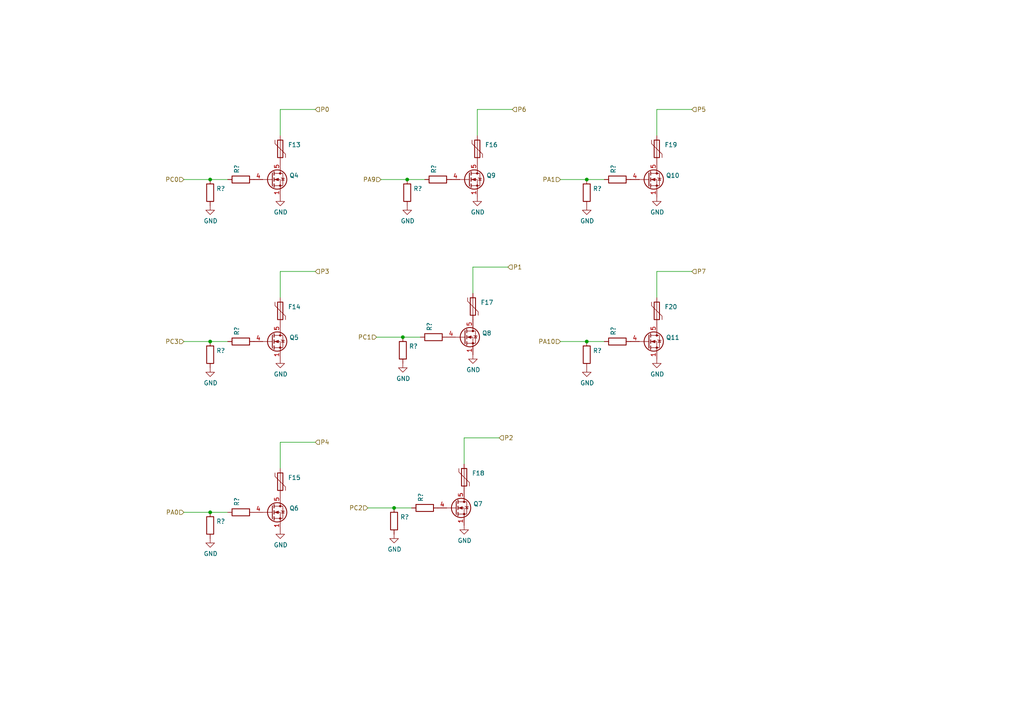
<source format=kicad_sch>
(kicad_sch (version 20211123) (generator eeschema)
  (paper "A4")
  (lib_symbols
    (symbol "Device:Polyfuse" (pin_numbers hide) (pin_names (offset 0))
      (property "Reference" "F" (at -2.54 0 90))
      (property "Value" "Polyfuse" (at 2.54 0 90))
      (symbol "Polyfuse_0_1"
        (rectangle (start -0.762 2.54) (end 0.762 -2.54) (stroke (width 0.254)))
        (polyline (pts (xy 0 2.54) (xy 0 -2.54)))
        (polyline (pts (xy -1.524 2.54) (xy -1.524 1.524) (xy 1.524 -1.524) (xy 1.524 -2.54)))
      )
      (symbol "Polyfuse_1_1"
        (pin passive line (at 0 3.81 270) (length 1.27) (name "~") (number "1"))
        (pin passive line (at 0 -3.81 90) (length 1.27) (name "~") (number "2"))
      )
    )
    (symbol "Device:R" (pin_numbers hide) (pin_names (offset 0))
      (property "Reference" "R" (at 2.032 0 90))
      (property "Value" "R" (at 0 0 90))
      (symbol "R_0_1"
        (rectangle (start -1.016 -2.54) (end 1.016 2.54) (stroke (width 0.254)))
      )
      (symbol "R_1_1"
        (pin passive line (at 0 3.81 270) (length 1.27) (name "~") (number "1"))
        (pin passive line (at 0 -3.81 90) (length 1.27) (name "~") (number "2"))
      )
    )
    (symbol "Transistor_FET:BUK9M15-60EX" (pin_names hide)
      (property "Reference" "Q" (at 5.08 1.905 0))
      (property "Value" "BUK9M15-60EX" (at 5.08 0 0))
      (symbol "BUK9M15-60EX_0_1"
        (polyline (pts (xy 0.254 0) (xy -2.54 0)))
        (polyline (pts (xy 0.254 1.905) (xy 0.254 -1.905)) (stroke (width 0.254)))
        (polyline (pts (xy 0.762 -1.27) (xy 0.762 -2.286)) (stroke (width 0.254)))
        (polyline (pts (xy 0.762 0.508) (xy 0.762 -0.508)) (stroke (width 0.254)))
        (polyline (pts (xy 0.762 2.286) (xy 0.762 1.27)) (stroke (width 0.254)))
        (polyline (pts (xy 2.54 2.54) (xy 2.54 1.778)))
        (polyline (pts (xy 2.54 -2.54) (xy 2.54 0) (xy 0.762 0)))
        (polyline (pts (xy 0.762 -1.778) (xy 3.302 -1.778) (xy 3.302 1.778) (xy 0.762 1.778)))
        (polyline (pts (xy 1.016 0) (xy 2.032 0.381) (xy 2.032 -0.381) (xy 1.016 0)) (fill (type outline)))
        (polyline (pts (xy 2.794 0.508) (xy 2.921 0.381) (xy 3.683 0.381) (xy 3.81 0.254)))
        (polyline (pts (xy 3.302 0.381) (xy 2.921 -0.254) (xy 3.683 -0.254) (xy 3.302 0.381)))
        (circle (center 1.651 0) (radius 2.794) (stroke (width 0.254)))
        (circle (center 2.54 -1.778) (radius 0.254) (fill (type outline)))
        (circle (center 2.54 1.778) (radius 0.254) (fill (type outline)))
      )
      (symbol "BUK9M15-60EX_1_1"
        (pin passive line (at 2.54 -5.08 90) (length 2.54) (name "S") (number "1"))
        (pin passive line (at 2.54 -5.08 90) (length 2.54) hide (name "S") (number "2"))
        (pin passive line (at 2.54 -5.08 90) (length 2.54) hide (name "S") (number "3"))
        (pin passive line (at -5.08 0 0) (length 2.54) (name "G") (number "4"))
        (pin passive line (at 2.54 5.08 270) (length 2.54) (name "D") (number "5"))
      )
    )
    (symbol "power:GND" (power) (pin_names (offset 0))
      (property "Value" "GND" (at 0 -3.81 0))
      (symbol "GND_0_1"
        (polyline (pts (xy 0 0) (xy 0 -1.27) (xy 1.27 -1.27) (xy 0 -2.54) (xy -1.27 -1.27) (xy 0 -1.27)))
      )
      (symbol "GND_1_1"
        (pin power_in line (at 0 0 270) (length 0) hide (name "GND") (number "1"))
      )
    )
  )
  (junction (at 170.18 52.07))
  (junction (at 170.18 99.06))
  (junction (at 114.3 147.32))
  (junction (at 60.96 99.06))
  (junction (at 60.96 52.07))
  (junction (at 118.11 52.07))
  (junction (at 60.96 148.59))
  (junction (at 116.84 97.79))
  (wire (pts (xy 118.11 52.07) (xy 123.19 52.07)))
  (wire (pts (xy 134.62 127) (xy 134.62 134.62)))
  (wire (pts (xy 116.84 97.79) (xy 109.22 97.79)))
  (wire (pts (xy 170.18 99.06) (xy 175.26 99.06)))
  (wire (pts (xy 190.5 78.74) (xy 190.5 86.36)))
  (wire (pts (xy 60.96 52.07) (xy 66.04 52.07)))
  (wire (pts (xy 60.96 99.06) (xy 66.04 99.06)))
  (wire (pts (xy 81.28 78.74) (xy 81.28 86.36)))
  (wire (pts (xy 60.96 52.07) (xy 53.34 52.07)))
  (wire (pts (xy 118.11 52.07) (xy 110.49 52.07)))
  (wire (pts (xy 170.18 52.07) (xy 175.26 52.07)))
  (wire (pts (xy 137.16 77.47) (xy 137.16 85.09)))
  (wire (pts (xy 60.96 148.59) (xy 53.34 148.59)))
  (wire (pts (xy 170.18 52.07) (xy 162.56 52.07)))
  (wire (pts (xy 116.84 97.79) (xy 121.92 97.79)))
  (wire (pts (xy 81.28 31.75) (xy 91.44 31.75)))
  (wire (pts (xy 190.5 78.74) (xy 200.66 78.74)))
  (wire (pts (xy 60.96 148.59) (xy 66.04 148.59)))
  (wire (pts (xy 114.3 147.32) (xy 106.68 147.32)))
  (wire (pts (xy 190.5 31.75) (xy 200.66 31.75)))
  (wire (pts (xy 81.28 78.74) (xy 91.44 78.74)))
  (wire (pts (xy 170.18 99.06) (xy 162.56 99.06)))
  (wire (pts (xy 138.43 31.75) (xy 138.43 39.37)))
  (wire (pts (xy 114.3 147.32) (xy 119.38 147.32)))
  (wire (pts (xy 138.43 31.75) (xy 148.59 31.75)))
  (wire (pts (xy 60.96 99.06) (xy 53.34 99.06)))
  (wire (pts (xy 81.28 31.75) (xy 81.28 39.37)))
  (wire (pts (xy 134.62 127) (xy 144.78 127)))
  (wire (pts (xy 81.28 128.27) (xy 81.28 135.89)))
  (wire (pts (xy 190.5 31.75) (xy 190.5 39.37)))
  (wire (pts (xy 137.16 77.47) (xy 147.32 77.47)))
  (wire (pts (xy 81.28 128.27) (xy 91.44 128.27)))
  (hierarchical_label "P7" (shape input) (at 200.66 78.74 0))
  (hierarchical_label "PA10" (shape input) (at 162.56 99.06 180))
  (hierarchical_label "PC0" (shape input) (at 53.34 52.07 180))
  (hierarchical_label "P1" (shape input) (at 147.32 77.47 0))
  (hierarchical_label "PA0" (shape input) (at 53.34 148.59 180))
  (hierarchical_label "PA1" (shape input) (at 162.56 52.07 180))
  (hierarchical_label "PC1" (shape input) (at 109.22 97.79 180))
  (hierarchical_label "PC2" (shape input) (at 106.68 147.32 180))
  (hierarchical_label "P5" (shape input) (at 200.66 31.75 0))
  (hierarchical_label "P0" (shape input) (at 91.44 31.75 0))
  (hierarchical_label "PA9" (shape input) (at 110.49 52.07 180))
  (hierarchical_label "PC3" (shape input) (at 53.34 99.06 180))
  (hierarchical_label "P3" (shape input) (at 91.44 78.74 0))
  (hierarchical_label "P2" (shape input) (at 144.78 127 0))
  (hierarchical_label "P4" (shape input) (at 91.44 128.27 0))
  (hierarchical_label "P6" (shape input) (at 148.59 31.75 0))
  (symbol (lib_id "Device:R") (at 69.85 52.07 90) (unit 1)
    (property "Reference" "R?" (at 68.6816 50.292 0) (effects (justify left)))
    (property "Datasheet" "660-RK73B1JTTD161J" (effects hide))
    (property "LCSC" "C22814" (effects hide))
    (property "Comment" "Mouser" (effects hide))
  )
  (symbol (lib_id "Device:R") (at 60.96 55.88 0) (unit 1)
    (property "Reference" "R?" (at 62.738 54.7116 0) (effects (justify left)))
    (property "Datasheet" "791-WR06X103JTL" (effects hide))
    (property "LCSC" "C25804" (effects hide))
    (property "Comment" "Mouser" (effects hide))
  )
  (symbol (lib_id "power:GND") (at 60.96 59.69 0) (unit 1)
    (property "Reference" "#PWR0107" (effects hide))
  )
  (symbol (lib_id "Device:R") (at 69.85 99.06 90) (unit 1)
    (property "Reference" "R?" (at 68.6816 97.282 0) (effects (justify left)))
    (property "Datasheet" "660-RK73B1JTTD161J" (effects hide))
    (property "LCSC" "C22814" (effects hide))
    (property "Comment" "Mouser" (effects hide))
  )
  (symbol (lib_id "Device:R") (at 60.96 102.87 0) (unit 1)
    (property "Reference" "R?" (at 62.738 101.7016 0) (effects (justify left)))
    (property "Datasheet" "791-WR06X103JTL" (effects hide))
    (property "LCSC" "C25804" (effects hide))
    (property "Comment" "Mouser" (effects hide))
  )
  (symbol (lib_id "power:GND") (at 60.96 106.68 0) (unit 1)
    (property "Reference" "#PWR0121" (effects hide))
  )
  (symbol (lib_id "Device:R") (at 69.85 148.59 90) (unit 1)
    (property "Reference" "R?" (at 68.6816 146.812 0) (effects (justify left)))
    (property "Datasheet" "660-RK73B1JTTD161J" (effects hide))
    (property "LCSC" "C22814" (effects hide))
    (property "Comment" "Mouser" (effects hide))
  )
  (symbol (lib_id "Device:R") (at 60.96 152.4 0) (unit 1)
    (property "Reference" "R?" (at 62.738 151.2316 0) (effects (justify left)))
    (property "Datasheet" "791-WR06X103JTL" (effects hide))
    (property "LCSC" "C25804" (effects hide))
    (property "Comment" "Mouser" (effects hide))
  )
  (symbol (lib_id "power:GND") (at 60.96 156.21 0) (unit 1)
    (property "Reference" "#PWR0125" (effects hide))
  )
  (symbol (lib_id "Device:R") (at 127 52.07 90) (unit 1)
    (property "Reference" "R?" (at 125.8316 50.292 0) (effects (justify left)))
    (property "Datasheet" "660-RK73B1JTTD161J" (effects hide))
    (property "LCSC" "C22814" (effects hide))
    (property "Comment" "Mouser" (effects hide))
  )
  (symbol (lib_id "Device:R") (at 118.11 55.88 0) (unit 1)
    (property "Reference" "R?" (at 119.888 54.7116 0) (effects (justify left)))
    (property "Datasheet" "791-WR06X103JTL" (effects hide))
    (property "LCSC" "C25804" (effects hide))
    (property "Comment" "Mouser" (effects hide))
  )
  (symbol (lib_id "power:GND") (at 118.11 59.69 0) (unit 1)
    (property "Reference" "#PWR0165" (effects hide))
  )
  (symbol (lib_id "Device:R") (at 179.07 99.06 90) (unit 1)
    (property "Reference" "R?" (at 177.9016 97.282 0) (effects (justify left)))
    (property "Datasheet" "660-RK73B1JTTD161J" (effects hide))
    (property "LCSC" "C22814" (effects hide))
    (property "Comment" "Mouser" (effects hide))
  )
  (symbol (lib_id "Device:R") (at 170.18 102.87 0) (unit 1)
    (property "Reference" "R?" (at 171.958 101.7016 0) (effects (justify left)))
    (property "Datasheet" "791-WR06X103JTL" (effects hide))
    (property "LCSC" "C25804" (effects hide))
    (property "Comment" "Mouser" (effects hide))
  )
  (symbol (lib_id "power:GND") (at 170.18 106.68 0) (unit 1)
    (property "Reference" "#PWR0169" (effects hide))
  )
  (symbol (lib_id "Device:R") (at 179.07 52.07 90) (unit 1)
    (property "Reference" "R?" (at 177.9016 50.292 0) (effects (justify left)))
    (property "Datasheet" "660-RK73B1JTTD161J" (effects hide))
    (property "LCSC" "C22814" (effects hide))
    (property "Comment" "Mouser" (effects hide))
  )
  (symbol (lib_id "Device:R") (at 170.18 55.88 0) (unit 1)
    (property "Reference" "R?" (at 171.958 54.7116 0) (effects (justify left)))
    (property "Datasheet" "791-WR06X103JTL" (effects hide))
    (property "LCSC" "C25804" (effects hide))
    (property "Comment" "Mouser" (effects hide))
  )
  (symbol (lib_id "power:GND") (at 170.18 59.69 0) (unit 1)
    (property "Reference" "#PWR0174" (effects hide))
  )
  (symbol (lib_id "Device:R") (at 123.19 147.32 90) (unit 1)
    (property "Reference" "R?" (at 122.0216 145.542 0) (effects (justify left)))
    (property "Datasheet" "660-RK73B1JTTD161J" (effects hide))
    (property "LCSC" "C22814" (effects hide))
    (property "Comment" "Mouser" (effects hide))
  )
  (symbol (lib_id "Device:R") (at 114.3 151.13 0) (unit 1)
    (property "Reference" "R?" (at 116.078 149.9616 0) (effects (justify left)))
    (property "Datasheet" "791-WR06X103JTL" (effects hide))
    (property "LCSC" "C25804" (effects hide))
    (property "Comment" "Mouser" (effects hide))
  )
  (symbol (lib_id "power:GND") (at 114.3 154.94 0) (unit 1)
    (property "Reference" "#PWR0176" (effects hide))
  )
  (symbol (lib_id "Device:R") (at 125.73 97.79 90) (unit 1)
    (property "Reference" "R?" (at 124.5616 96.012 0) (effects (justify left)))
    (property "Datasheet" "660-RK73B1JTTD161J" (effects hide))
    (property "LCSC" "C22814" (effects hide))
    (property "Comment" "Mouser" (effects hide))
  )
  (symbol (lib_id "Device:R") (at 116.84 101.6 0) (unit 1)
    (property "Reference" "R?" (at 118.618 100.4316 0) (effects (justify left)))
    (property "Datasheet" "791-WR06X103JTL" (effects hide))
    (property "LCSC" "C25804" (effects hide))
    (property "Comment" "Mouser" (effects hide))
  )
  (symbol (lib_id "power:GND") (at 116.84 105.41 0) (unit 1)
    (property "Reference" "#PWR0178" (effects hide))
  )
  (symbol (lib_id "power:GND") (at 134.62 152.4 0) (unit 1)
    (property "Reference" "#PWR0229" (effects hide))
  )
  (symbol (lib_id "Transistor_FET:BUK9M15-60EX") (at 132.08 147.32 0) (unit 1)
    (property "Reference" "Q7" (at 137.2616 146.1516 0) (effects (justify left)))
    (property "Datasheet" "771-BUK9M15-60EX" (effects hide))
    (property "Comment" "Mouser" (effects hide))
  )
  (symbol (lib_id "power:GND") (at 81.28 153.67 0) (unit 1)
    (property "Reference" "#PWR0104" (effects hide))
  )
  (symbol (lib_id "Transistor_FET:BUK9M15-60EX") (at 78.74 148.59 0) (unit 1)
    (property "Reference" "Q6" (at 83.9216 147.4216 0) (effects (justify left)))
    (property "Datasheet" "771-BUK9M15-60EX" (effects hide))
    (property "Comment" "Mouser" (effects hide))
  )
  (symbol (lib_id "power:GND") (at 190.5 104.14 0) (unit 1)
    (property "Reference" "#PWR0113" (effects hide))
  )
  (symbol (lib_id "Transistor_FET:BUK9M15-60EX") (at 187.96 99.06 0) (unit 1)
    (property "Reference" "Q11" (at 193.1416 97.8916 0) (effects (justify left)))
    (property "Datasheet" "771-BUK9M15-60EX" (effects hide))
    (property "Comment" "Mouser" (effects hide))
  )
  (symbol (lib_id "power:GND") (at 137.16 102.87 0) (unit 1)
    (property "Reference" "#PWR0122" (effects hide))
  )
  (symbol (lib_id "Transistor_FET:BUK9M15-60EX") (at 134.62 97.79 0) (unit 1)
    (property "Reference" "Q8" (at 139.8016 96.6216 0) (effects (justify left)))
    (property "Datasheet" "771-BUK9M15-60EX" (effects hide))
    (property "Comment" "Mouser" (effects hide))
  )
  (symbol (lib_id "power:GND") (at 81.28 104.14 0) (unit 1)
    (property "Reference" "#PWR0163" (effects hide))
  )
  (symbol (lib_id "Transistor_FET:BUK9M15-60EX") (at 78.74 99.06 0) (unit 1)
    (property "Reference" "Q5" (at 83.9216 97.8916 0) (effects (justify left)))
    (property "Datasheet" "771-BUK9M15-60EX" (effects hide))
    (property "Comment" "Mouser" (effects hide))
  )
  (symbol (lib_id "power:GND") (at 190.5 57.15 0) (unit 1)
    (property "Reference" "#PWR0167" (effects hide))
  )
  (symbol (lib_id "Transistor_FET:BUK9M15-60EX") (at 187.96 52.07 0) (unit 1)
    (property "Reference" "Q10" (at 193.1416 50.9016 0) (effects (justify left)))
    (property "Datasheet" "771-BUK9M15-60EX" (effects hide))
    (property "Comment" "Mouser" (effects hide))
  )
  (symbol (lib_id "power:GND") (at 138.43 57.15 0) (unit 1)
    (property "Reference" "#PWR0172" (effects hide))
  )
  (symbol (lib_id "Transistor_FET:BUK9M15-60EX") (at 135.89 52.07 0) (unit 1)
    (property "Reference" "Q9" (at 141.0716 50.9016 0) (effects (justify left)))
    (property "Datasheet" "771-BUK9M15-60EX" (effects hide))
    (property "Comment" "Mouser" (effects hide))
  )
  (symbol (lib_id "power:GND") (at 81.28 57.15 0) (unit 1)
    (property "Reference" "#PWR0175" (effects hide))
  )
  (symbol (lib_id "Transistor_FET:BUK9M15-60EX") (at 78.74 52.07 0) (unit 1)
    (property "Reference" "Q4" (at 83.9216 50.9016 0) (effects (justify left)))
    (property "Datasheet" "771-BUK9M15-60EX" (effects hide))
    (property "Comment" "Mouser" (effects hide))
  )
  (symbol (lib_id "Device:Polyfuse") (at 81.28 43.18 0) (unit 1)
    (property "Reference" "F13" (at 83.5152 42.0116 0) (effects (justify left)))
    (property "Datasheet" "530-0ZCH0150FF2E" (effects hide))
    (property "Comment" "Mouser" (effects hide))
  )
  (symbol (lib_id "Device:Polyfuse") (at 137.16 88.9 0) (unit 1)
    (property "Reference" "F17" (at 139.3952 87.7316 0) (effects (justify left)))
    (property "Datasheet" "530-0ZCH0150FF2E" (effects hide))
    (property "Comment" "Mouser" (effects hide))
  )
  (symbol (lib_id "Device:Polyfuse") (at 134.62 138.43 0) (unit 1)
    (property "Reference" "F18" (at 136.8552 137.2616 0) (effects (justify left)))
    (property "Datasheet" "530-0ZCH0150FF2E" (effects hide))
    (property "Comment" "Mouser" (effects hide))
  )
  (symbol (lib_id "Device:Polyfuse") (at 81.28 90.17 0) (unit 1)
    (property "Reference" "F14" (at 83.5152 89.0016 0) (effects (justify left)))
    (property "Datasheet" "530-0ZCH0150FF2E" (effects hide))
    (property "Comment" "Mouser" (effects hide))
  )
  (symbol (lib_id "Device:Polyfuse") (at 81.28 139.7 0) (unit 1)
    (property "Reference" "F15" (at 83.5152 138.5316 0) (effects (justify left)))
    (property "Datasheet" "530-0ZCH0150FF2E" (effects hide))
    (property "Comment" "Mouser" (effects hide))
  )
  (symbol (lib_id "Device:Polyfuse") (at 190.5 43.18 0) (unit 1)
    (property "Reference" "F19" (at 192.7352 42.0116 0) (effects (justify left)))
    (property "Datasheet" "530-0ZCH0150FF2E" (effects hide))
    (property "Comment" "Mouser" (effects hide))
  )
  (symbol (lib_id "Device:Polyfuse") (at 190.5 90.17 0) (unit 1)
    (property "Reference" "F20" (at 192.7352 89.0016 0) (effects (justify left)))
    (property "Datasheet" "530-0ZCH0150FF2E" (effects hide))
    (property "Comment" "Mouser" (effects hide))
  )
  (symbol (lib_id "Device:Polyfuse") (at 138.43 43.18 0) (unit 1)
    (property "Reference" "F16" (at 140.6652 42.0116 0) (effects (justify left)))
    (property "Datasheet" "530-0ZCH0150FF2E" (effects hide))
    (property "Comment" "Mouser" (effects hide))
  )
)
</source>
